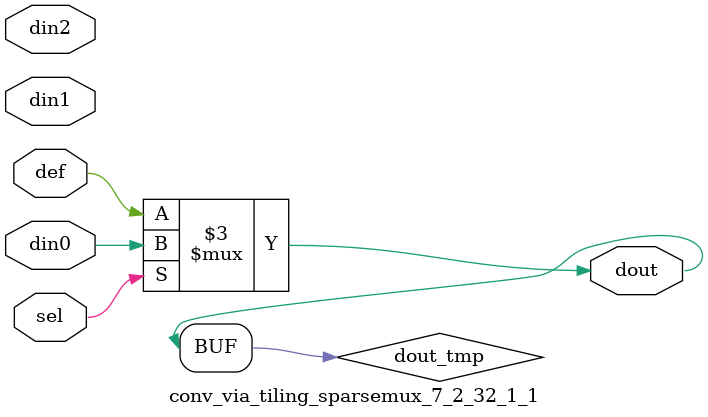
<source format=v>
`timescale 1ns / 1ps

module conv_via_tiling_sparsemux_7_2_32_1_1 (din0,din1,din2,def,sel,dout);

parameter din0_WIDTH = 1;

parameter din1_WIDTH = 1;

parameter din2_WIDTH = 1;

parameter def_WIDTH = 1;
parameter sel_WIDTH = 1;
parameter dout_WIDTH = 1;

parameter [sel_WIDTH-1:0] CASE0 = 1;

parameter [sel_WIDTH-1:0] CASE1 = 1;

parameter [sel_WIDTH-1:0] CASE2 = 1;

parameter ID = 1;
parameter NUM_STAGE = 1;



input [din0_WIDTH-1:0] din0;

input [din1_WIDTH-1:0] din1;

input [din2_WIDTH-1:0] din2;

input [def_WIDTH-1:0] def;
input [sel_WIDTH-1:0] sel;

output [dout_WIDTH-1:0] dout;



reg [dout_WIDTH-1:0] dout_tmp;


always @ (*) begin
(* parallel_case *) case (sel)
    
    CASE0 : dout_tmp = din0;
    
    CASE1 : dout_tmp = din1;
    
    CASE2 : dout_tmp = din2;
    
    default : dout_tmp = def;
endcase
end


assign dout = dout_tmp;



endmodule

</source>
